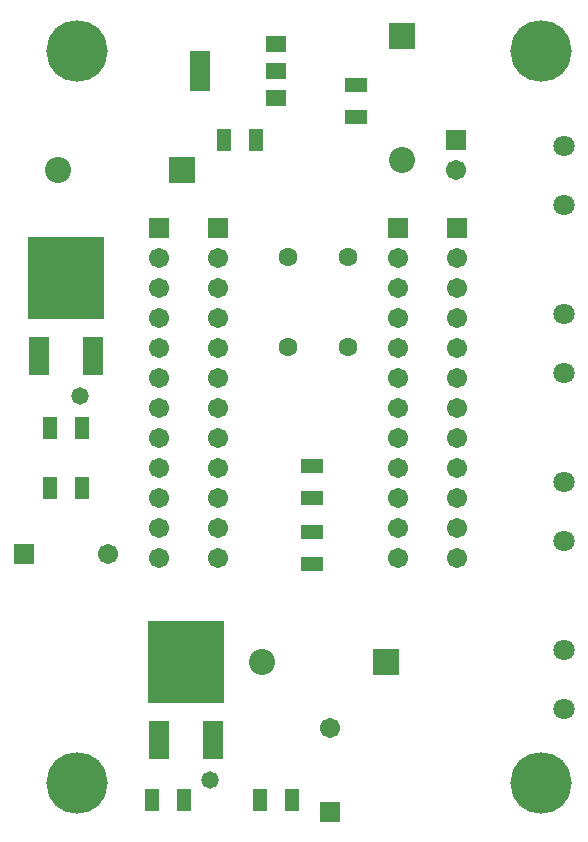
<source format=gts>
%FSLAX25Y25*%
%MOIN*%
G70*
G01*
G75*
G04 Layer_Color=8388736*
%ADD10R,0.04331X0.06693*%
%ADD11R,0.06693X0.04331*%
%ADD12R,0.06299X0.12992*%
%ADD13R,0.06299X0.04724*%
%ADD14R,0.24606X0.26772*%
%ADD15R,0.05906X0.11811*%
%ADD16C,0.01000*%
%ADD17C,0.01969*%
%ADD18C,0.05906*%
%ADD19R,0.05906X0.05906*%
%ADD20C,0.19685*%
%ADD21C,0.07100*%
%ADD22C,0.07874*%
%ADD23R,0.07874X0.07874*%
%ADD24R,0.07874X0.07874*%
%ADD25R,0.05906X0.05906*%
%ADD26C,0.05512*%
%ADD27C,0.05000*%
%ADD28C,0.01181*%
%ADD29C,0.02000*%
%ADD30C,0.00787*%
%ADD31C,0.00600*%
%ADD32R,0.11024X0.03150*%
%ADD33R,0.03150X0.11024*%
%ADD34R,0.07480X0.03150*%
%ADD35R,0.03150X0.07480*%
%ADD36R,0.05131X0.07493*%
%ADD37R,0.07493X0.05131*%
%ADD38R,0.07099X0.13792*%
%ADD39R,0.07099X0.05524*%
%ADD40R,0.25406X0.27572*%
%ADD41R,0.06706X0.12611*%
%ADD42C,0.06706*%
%ADD43R,0.06706X0.06706*%
%ADD44C,0.20485*%
%ADD45C,0.08674*%
%ADD46R,0.08674X0.08674*%
%ADD47R,0.08674X0.08674*%
%ADD48R,0.06706X0.06706*%
%ADD49C,0.06312*%
%ADD50C,0.05800*%
D21*
X190000Y232000D02*
D03*
Y212315D02*
D03*
Y176000D02*
D03*
Y156315D02*
D03*
Y120000D02*
D03*
Y100315D02*
D03*
Y64000D02*
D03*
Y44315D02*
D03*
D36*
X88685Y14000D02*
D03*
X99315D02*
D03*
X87315Y234000D02*
D03*
X76685D02*
D03*
X18685Y138000D02*
D03*
X29315D02*
D03*
Y118000D02*
D03*
X18685D02*
D03*
X52685Y14000D02*
D03*
X63315D02*
D03*
D37*
X120748Y241669D02*
D03*
Y252299D02*
D03*
X106000Y92685D02*
D03*
Y103315D02*
D03*
Y125315D02*
D03*
Y114685D02*
D03*
D38*
X68803Y257055D02*
D03*
D39*
X94000Y266110D02*
D03*
Y257055D02*
D03*
Y248000D02*
D03*
D40*
X64000Y60000D02*
D03*
X24000Y188000D02*
D03*
D41*
X55000Y34016D02*
D03*
X73000D02*
D03*
X15000Y162016D02*
D03*
X33000D02*
D03*
D42*
X154000Y224000D02*
D03*
X74803Y194724D02*
D03*
Y184724D02*
D03*
Y174724D02*
D03*
Y164724D02*
D03*
Y154724D02*
D03*
Y144724D02*
D03*
Y134724D02*
D03*
Y124724D02*
D03*
Y114724D02*
D03*
Y104724D02*
D03*
Y94724D02*
D03*
X134803Y194724D02*
D03*
Y184724D02*
D03*
Y174724D02*
D03*
Y164724D02*
D03*
Y154724D02*
D03*
Y144724D02*
D03*
Y134724D02*
D03*
Y124724D02*
D03*
Y114724D02*
D03*
Y104724D02*
D03*
Y94724D02*
D03*
X55118Y194724D02*
D03*
Y184724D02*
D03*
Y174724D02*
D03*
Y164724D02*
D03*
Y154724D02*
D03*
Y144724D02*
D03*
Y134724D02*
D03*
Y124724D02*
D03*
Y114724D02*
D03*
Y104724D02*
D03*
Y94724D02*
D03*
X154488Y194724D02*
D03*
Y184724D02*
D03*
Y174724D02*
D03*
Y164724D02*
D03*
Y154724D02*
D03*
Y144724D02*
D03*
Y134724D02*
D03*
Y124724D02*
D03*
Y114724D02*
D03*
Y104724D02*
D03*
Y94724D02*
D03*
X112000Y37976D02*
D03*
X37976Y96000D02*
D03*
D43*
X154000Y234000D02*
D03*
X74803Y204724D02*
D03*
X134803D02*
D03*
X55118D02*
D03*
X154488D02*
D03*
X112000Y10024D02*
D03*
D44*
X27559Y19685D02*
D03*
Y263780D02*
D03*
X182283D02*
D03*
Y19685D02*
D03*
D45*
X136000Y227409D02*
D03*
X89409Y60000D02*
D03*
X21409Y224000D02*
D03*
D46*
X136000Y268591D02*
D03*
D47*
X130591Y60000D02*
D03*
X62591Y224000D02*
D03*
D48*
X10024Y96000D02*
D03*
D49*
X98000Y165000D02*
D03*
Y195000D02*
D03*
X118000D02*
D03*
Y165000D02*
D03*
D50*
X28543Y148622D02*
D03*
X71850Y20669D02*
D03*
M02*

</source>
